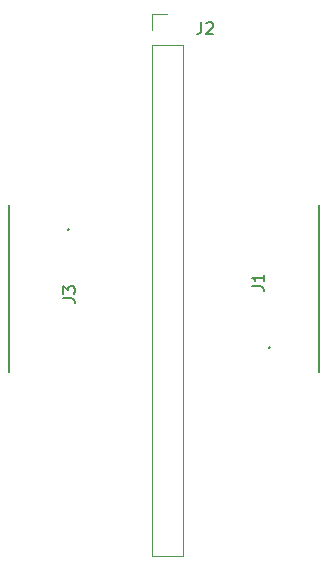
<source format=gbr>
%TF.GenerationSoftware,KiCad,Pcbnew,5.1.6-c6e7f7d~86~ubuntu18.04.1*%
%TF.CreationDate,2020-06-16T08:09:56-04:00*%
%TF.ProjectId,FPC 18 0.5 Breakout,46504320-3138-4203-902e-352042726561,rev?*%
%TF.SameCoordinates,Original*%
%TF.FileFunction,Legend,Top*%
%TF.FilePolarity,Positive*%
%FSLAX46Y46*%
G04 Gerber Fmt 4.6, Leading zero omitted, Abs format (unit mm)*
G04 Created by KiCad (PCBNEW 5.1.6-c6e7f7d~86~ubuntu18.04.1) date 2020-06-16 08:09:56*
%MOMM*%
%LPD*%
G01*
G04 APERTURE LIST*
%ADD10C,0.150000*%
%ADD11C,0.120000*%
G04 APERTURE END LIST*
D10*
%TO.C,J3*%
X170850000Y-110900000D02*
X170850000Y-125100000D01*
D11*
%TO.C,J2*%
X182945001Y-140635001D02*
X185605001Y-140635001D01*
X182945001Y-97395001D02*
X182945001Y-140635001D01*
X185605001Y-97395001D02*
X185605001Y-140635001D01*
X182945001Y-97395001D02*
X185605001Y-97395001D01*
X182945001Y-96125001D02*
X182945001Y-94795001D01*
X182945001Y-94795001D02*
X184275001Y-94795001D01*
D10*
%TO.C,J1*%
X197150000Y-125100000D02*
X197150000Y-110900000D01*
%TO.C,J3*%
X175452380Y-118833333D02*
X176166666Y-118833333D01*
X176309523Y-118880952D01*
X176404761Y-118976190D01*
X176452380Y-119119047D01*
X176452380Y-119214285D01*
X175452380Y-118452380D02*
X175452380Y-117833333D01*
X175833333Y-118166666D01*
X175833333Y-118023809D01*
X175880952Y-117928571D01*
X175928571Y-117880952D01*
X176023809Y-117833333D01*
X176261904Y-117833333D01*
X176357142Y-117880952D01*
X176404761Y-117928571D01*
X176452380Y-118023809D01*
X176452380Y-118309523D01*
X176404761Y-118404761D01*
X176357142Y-118452380D01*
X175857142Y-113000000D02*
X175904761Y-112952380D01*
X175952380Y-113000000D01*
X175904761Y-113047619D01*
X175857142Y-113000000D01*
X175952380Y-113000000D01*
%TO.C,J2*%
X187166666Y-95452380D02*
X187166666Y-96166666D01*
X187119047Y-96309523D01*
X187023809Y-96404761D01*
X186880952Y-96452380D01*
X186785714Y-96452380D01*
X187595238Y-95547619D02*
X187642857Y-95500000D01*
X187738095Y-95452380D01*
X187976190Y-95452380D01*
X188071428Y-95500000D01*
X188119047Y-95547619D01*
X188166666Y-95642857D01*
X188166666Y-95738095D01*
X188119047Y-95880952D01*
X187547619Y-96452380D01*
X188166666Y-96452380D01*
%TO.C,J1*%
X191452380Y-117833333D02*
X192166666Y-117833333D01*
X192309523Y-117880952D01*
X192404761Y-117976190D01*
X192452380Y-118119047D01*
X192452380Y-118214285D01*
X192452380Y-116833333D02*
X192452380Y-117404761D01*
X192452380Y-117119047D02*
X191452380Y-117119047D01*
X191595238Y-117214285D01*
X191690476Y-117309523D01*
X191738095Y-117404761D01*
X192857142Y-123000000D02*
X192904761Y-122952380D01*
X192952380Y-123000000D01*
X192904761Y-123047619D01*
X192857142Y-123000000D01*
X192952380Y-123000000D01*
%TD*%
M02*

</source>
